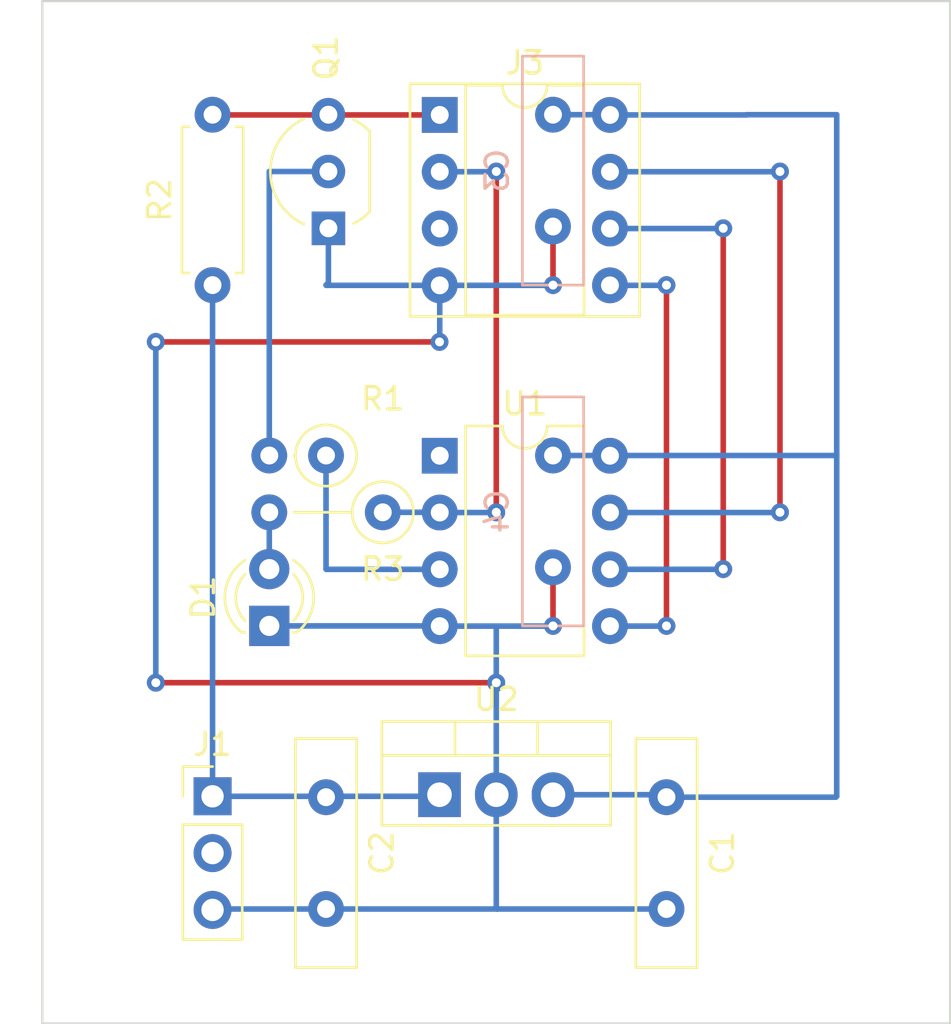
<source format=kicad_pcb>
(kicad_pcb (version 20211014) (generator pcbnew)
  (layers (0 "F.Cu" signal) (31 "B.Cu" signal) (34 "B.Paste" user) (35 "F.Paste" user) (36 "B.SilkS" user "B.Silkscreen") (37 "F.SilkS" user "F.Silkscreen") (38 "B.Mask" user) (39 "F.Mask" user) (44 "Edge.Cuts" user))
  (net 0 "")
  (net 1 "+5V")
  (net 2 "GND")
  (net 3 "+12V")
  (net 4 "Net-(D1-Pad2)")
  (net 5 "PB3")
  (net 6 "PB4")
  (net 7 "PB0")
  (net 9 "PB1")
  (net 10 "PB2")
  (net 11 "RESET")
  (net 13 "Net-(Q1-Pad2)")
  (footprint "Resistor_THT:R_Axial_DIN0207_L6.3mm_D2.5mm_P7.62mm_Horizontal" (layer "F.Cu") (at 147.32 96.52 90)
    (fp_text reference "R2" (at 3.81 -2.37 90) (layer "F.SilkS"))
    (fp_text value "1K")
    (fp_line (start 0.54 1.37) (end 7.08 1.37) (layer "F.SilkS") (width 0.12))
    (fp_line (start 7.08 1.37) (end 7.08 1.04) (layer "F.SilkS") (width 0.12))
    (fp_line (start 0.54 1.04) (end 0.54 1.37) (layer "F.SilkS") (width 0.12))
    (fp_line (start 0.54 -1.04) (end 0.54 -1.37) (layer "F.SilkS") (width 0.12))
    (fp_line (start 0.54 -1.37) (end 7.08 -1.37) (layer "F.SilkS") (width 0.12))
    (fp_line (start 7.08 -1.37) (end 7.08 -1.04) (layer "F.SilkS") (width 0.12))
    (pad "1" thru_hole circle (at 0 0 90) (size 1.6 1.6) (drill 0.8) (layers *.Cu *.Mask) (net 3 "+12V"))
    (pad "2" thru_hole oval (at 7.62 0 90) (size 1.6 1.6) (drill 0.8) (layers *.Cu *.Mask) (net 11 "RESET"))
  )
  (footprint "Package_DIP:DIP-8_W7.62mm" (layer "F.Cu") (at 157.49 104.15)
    (fp_text reference "U1" (at 3.81 -2.33) (layer "F.SilkS"))
    (fp_text value "ATtiny85-20P")
    (fp_line (start 6.46 -1.33) (end 4.81 -1.33) (layer "F.SilkS") (width 0.12))
    (fp_line (start 1.16 -1.33) (end 1.16 8.95) (layer "F.SilkS") (width 0.12))
    (fp_line (start 6.46 8.95) (end 6.46 -1.33) (layer "F.SilkS") (width 0.12))
    (fp_line (start 2.81 -1.33) (end 1.16 -1.33) (layer "F.SilkS") (width 0.12))
    (fp_line (start 1.16 8.95) (end 6.46 8.95) (layer "F.SilkS") (width 0.12))
    (fp_arc (start 4.81 -1.33) (mid 3.81 -0.33) (end 2.81 -1.33) (layer "F.SilkS") (width 0.12))
    (pad "1" thru_hole rect (at 0 0) (size 1.6 1.6) (drill 0.8) (layers *.Cu *.Mask))
    (pad "2" thru_hole oval (at 0 2.54) (size 1.6 1.6) (drill 0.8) (layers *.Cu *.Mask) (net 5 "PB3"))
    (pad "3" thru_hole oval (at 0 5.08) (size 1.6 1.6) (drill 0.8) (layers *.Cu *.Mask) (net 6 "PB4"))
    (pad "4" thru_hole oval (at 0 7.62) (size 1.6 1.6) (drill 0.8) (layers *.Cu *.Mask) (net 2 "GND"))
    (pad "5" thru_hole oval (at 7.62 7.62) (size 1.6 1.6) (drill 0.8) (layers *.Cu *.Mask) (net 7 "PB0"))
    (pad "6" thru_hole oval (at 7.62 5.08) (size 1.6 1.6) (drill 0.8) (layers *.Cu *.Mask) (net 9 "PB1"))
    (pad "7" thru_hole oval (at 7.62 2.54) (size 1.6 1.6) (drill 0.8) (layers *.Cu *.Mask) (net 10 "PB2"))
    (pad "8" thru_hole oval (at 7.62 0) (size 1.6 1.6) (drill 0.8) (layers *.Cu *.Mask) (net 1 "+5V"))
  )
  (footprint "Capacitor_THT:C_Disc_D10.0mm_W2.5mm_P5.00mm" (layer "F.Cu") (at 152.4 119.42 -90)
    (fp_text reference "C2" (at 2.5 -2.5 90) (layer "F.SilkS"))
    (fp_text value "0.33uF")
    (fp_line (start -2.62 -1.37) (end -2.62 1.37) (layer "F.SilkS") (width 0.12))
    (fp_line (start -2.62 -1.37) (end 7.62 -1.37) (layer "F.SilkS") (width 0.12))
    (fp_line (start 7.62 -1.37) (end 7.62 1.37) (layer "F.SilkS") (width 0.12))
    (fp_line (start -2.62 1.37) (end 7.62 1.37) (layer "F.SilkS") (width 0.12))
    (pad "1" thru_hole circle (at 0 0 270) (size 1.6 1.6) (drill 0.8) (layers *.Cu *.Mask) (net 3 "+12V"))
    (pad "2" thru_hole circle (at 5 0 270) (size 1.6 1.6) (drill 0.8) (layers *.Cu *.Mask) (net 2 "GND"))
  )
  (footprint "Package_TO_SOT_THT:TO-92_Inline_Wide" (layer "F.Cu") (at 152.506 93.98 90)
    (fp_text reference "Q1" (at 7.62 -0.106 90) (layer "F.SilkS"))
    (fp_text value "2N3904")
    (fp_line (start 0.74 1.85) (end 4.34 1.85) (layer "F.SilkS") (width 0.12))
    (fp_arc (start 0.1836 -1.098807) (mid 1.143021 -2.192817) (end 2.54 -2.6) (layer "F.SilkS") (width 0.12))
    (fp_arc (start 2.54 -2.6) (mid 3.936979 -2.192818) (end 4.8964 -1.098807) (layer "F.SilkS") (width 0.12))
    (fp_arc (start 0.74 1.85) (mid 0.446097 1.509328) (end 0.215816 1.122795) (layer "F.SilkS") (width 0.12))
    (fp_arc (start 4.864184 1.122795) (mid 4.633903 1.509328) (end 4.34 1.85) (layer "F.SilkS") (width 0.12))
    (pad "1" thru_hole rect (at 0 0 90) (size 1.5 1.5) (drill 0.8) (layers *.Cu *.Mask) (net 2 "GND"))
    (pad "2" thru_hole circle (at 2.54 0 90) (size 1.5 1.5) (drill 0.8) (layers *.Cu *.Mask) (net 13 "Net-(Q1-Pad2)"))
    (pad "3" thru_hole circle (at 5.08 0 90) (size 1.5 1.5) (drill 0.8) (layers *.Cu *.Mask) (net 11 "RESET"))
  )
  (footprint "Package_DIP:DIP-8_W7.62mm_Socket" (layer "F.Cu") (at 157.49 88.91)
    (fp_text reference "J3" (at 3.81 -2.33) (layer "F.SilkS"))
    (fp_text value "Conn_02x04_Top_Bottom")
    (fp_line (start 2.81 -1.33) (end 1.16 -1.33) (layer "F.SilkS") (width 0.12))
    (fp_line (start 1.16 -1.33) (end 1.16 8.95) (layer "F.SilkS") (width 0.12))
    (fp_line (start 8.95 -1.39) (end -1.33 -1.39) (layer "F.SilkS") (width 0.12))
    (fp_line (start 6.46 8.95) (end 6.46 -1.33) (layer "F.SilkS") (width 0.12))
    (fp_line (start 1.16 8.95) (end 6.46 8.95) (layer "F.SilkS") (width 0.12))
    (fp_line (start 6.46 -1.33) (end 4.81 -1.33) (layer "F.SilkS") (width 0.12))
    (fp_line (start 8.95 9.01) (end 8.95 -1.39) (layer "F.SilkS") (width 0.12))
    (fp_line (start -1.33 -1.39) (end -1.33 9.01) (layer "F.SilkS") (width 0.12))
    (fp_line (start -1.33 9.01) (end 8.95 9.01) (layer "F.SilkS") (width 0.12))
    (fp_arc (start 4.81 -1.33) (mid 3.81 -0.33) (end 2.81 -1.33) (layer "F.SilkS") (width 0.12))
    (pad "1" thru_hole rect (at 0 0) (size 1.6 1.6) (drill 0.8) (layers *.Cu *.Mask) (net 11 "RESET"))
    (pad "2" thru_hole oval (at 0 2.54) (size 1.6 1.6) (drill 0.8) (layers *.Cu *.Mask) (net 5 "PB3"))
    (pad "3" thru_hole oval (at 0 5.08) (size 1.6 1.6) (drill 0.8) (layers *.Cu *.Mask))
    (pad "4" thru_hole oval (at 0 7.62) (size 1.6 1.6) (drill 0.8) (layers *.Cu *.Mask) (net 2 "GND"))
    (pad "5" thru_hole oval (at 7.62 7.62) (size 1.6 1.6) (drill 0.8) (layers *.Cu *.Mask) (net 7 "PB0"))
    (pad "6" thru_hole oval (at 7.62 5.08) (size 1.6 1.6) (drill 0.8) (layers *.Cu *.Mask) (net 9 "PB1"))
    (pad "7" thru_hole oval (at 7.62 2.54) (size 1.6 1.6) (drill 0.8) (layers *.Cu *.Mask) (net 10 "PB2"))
    (pad "8" thru_hole oval (at 7.62 0) (size 1.6 1.6) (drill 0.8) (layers *.Cu *.Mask) (net 1 "+5V"))
  )
  (footprint "Resistor_THT:R_Axial_DIN0207_L6.3mm_D2.5mm_P2.54mm_Vertical" (layer "F.Cu") (at 152.4 104.14 180)
    (fp_text reference "R1" (at -2.54 2.54 180) (layer "F.SilkS"))
    (fp_text value "10K")
    (fp_line (start 1.37 0) (end 1.44 0) (layer "F.SilkS") (width 0.12))
    (fp_circle (center 0 0) (end 1.37 0) (layer "F.SilkS") (width 0.12) (fill none))
    (pad "1" thru_hole circle (at 0 0 180) (size 1.6 1.6) (drill 0.8) (layers *.Cu *.Mask) (net 6 "PB4"))
    (pad "2" thru_hole oval (at 2.54 0 180) (size 1.6 1.6) (drill 0.8) (layers *.Cu *.Mask) (net 13 "Net-(Q1-Pad2)"))
  )
  (footprint "Connector_PinHeader_2.54mm:PinHeader_1x03_P2.54mm_Vertical" (layer "F.Cu") (at 147.32 119.38)
    (fp_text reference "J1" (at 0 -2.33) (layer "F.SilkS"))
    (fp_text value "Barrel_Jack")
    (fp_line (start -1.33 0) (end -1.33 -1.33) (layer "F.SilkS") (width 0.12))
    (fp_line (start 1.33 1.27) (end 1.33 6.41) (layer "F.SilkS") (width 0.12))
    (fp_line (start -1.33 -1.33) (end 0 -1.33) (layer "F.SilkS") (width 0.12))
    (fp_line (start -1.33 1.27) (end -1.33 6.41) (layer "F.SilkS") (width 0.12))
    (fp_line (start -1.33 6.41) (end 1.33 6.41) (layer "F.SilkS") (width 0.12))
    (fp_line (start -1.33 1.27) (end 1.33 1.27) (layer "F.SilkS") (width 0.12))
    (pad "1" thru_hole rect (at 0 0) (size 1.7 1.7) (drill 1) (layers *.Cu *.Mask) (net 3 "+12V"))
    (pad "2" thru_hole oval (at 0 2.54) (size 1.7 1.7) (drill 1) (layers *.Cu *.Mask))
    (pad "3" thru_hole oval (at 0 5.08) (size 1.7 1.7) (drill 1) (layers *.Cu *.Mask) (net 2 "GND"))
  )
  (footprint "Resistor_THT:R_Axial_DIN0207_L6.3mm_D2.5mm_P5.08mm_Vertical" (layer "F.Cu") (at 154.94 106.68 180)
    (fp_text reference "R3" (at 0 -2.54 180) (layer "F.SilkS"))
    (fp_text value "1K")
    (fp_line (start 1.37 0) (end 3.98 0) (layer "F.SilkS") (width 0.12))
    (fp_circle (center 0 0) (end 1.37 0) (layer "F.SilkS") (width 0.12) (fill none))
    (pad "1" thru_hole circle (at 0 0 180) (size 1.6 1.6) (drill 0.8) (layers *.Cu *.Mask) (net 5 "PB3"))
    (pad "2" thru_hole oval (at 5.08 0 180) (size 1.6 1.6) (drill 0.8) (layers *.Cu *.Mask) (net 4 "Net-(D1-Pad2)"))
  )
  (footprint "Package_TO_SOT_THT:TO-220-3_Vertical" (layer "F.Cu") (at 157.48 119.309)
    (fp_text reference "U2" (at 2.54 -4.27) (layer "F.SilkS"))
    (fp_text value "LM7805_TO220")
    (fp_line (start -2.58 1.371) (end 7.66 1.371) (layer "F.SilkS") (width 0.12))
    (fp_line (start 4.391 -3.27) (end 4.391 -1.76) (layer "F.SilkS") (width 0.12))
    (fp_line (start -2.58 -3.27) (end 7.66 -3.27) (layer "F.SilkS") (width 0.12))
    (fp_line (start -2.58 -3.27) (end -2.58 1.371) (layer "F.SilkS") (width 0.12))
    (fp_line (start 0.69 -3.27) (end 0.69 -1.76) (layer "F.SilkS") (width 0.12))
    (fp_line (start -2.58 -1.76) (end 7.66 -1.76) (layer "F.SilkS") (width 0.12))
    (fp_line (start 7.66 -3.27) (end 7.66 1.371) (layer "F.SilkS") (width 0.12))
    (pad "1" thru_hole rect (at 0 0) (size 1.905 2) (drill 1.1) (layers *.Cu *.Mask) (net 3 "+12V"))
    (pad "2" thru_hole oval (at 2.54 0) (size 1.905 2) (drill 1.1) (layers *.Cu *.Mask) (net 2 "GND"))
    (pad "3" thru_hole oval (at 5.08 0) (size 1.905 2) (drill 1.1) (layers *.Cu *.Mask) (net 1 "+5V"))
  )
  (footprint "LED_THT:LED_D3.0mm" (layer "F.Cu") (at 149.86 111.76 90)
    (fp_text reference "D1" (at 1.27 -2.96 90) (layer "F.SilkS"))
    (fp_text value "LED")
    (fp_line (start -0.29 1.08) (end -0.29 1.236) (layer "F.SilkS") (width 0.12))
    (fp_line (start -0.29 -1.236) (end -0.29 -1.08) (layer "F.SilkS") (width 0.12))
    (fp_arc (start 0.229039 -1.08) (mid 1.270117 -1.5) (end 2.31113 -1.079837) (layer "F.SilkS") (width 0.12))
    (fp_arc (start -0.29 -1.235516) (mid 1.366487 -1.987659) (end 2.942335 -1.078608) (layer "F.SilkS") (width 0.12))
    (fp_arc (start 2.942335 1.078608) (mid 1.366487 1.987659) (end -0.29 1.235516) (layer "F.SilkS") (width 0.12))
    (fp_arc (start 2.31113 1.079837) (mid 1.270117 1.5) (end 0.229039 1.08) (layer "F.SilkS") (width 0.12))
    (pad "1" thru_hole rect (at 0 0 90) (size 1.8 1.8) (drill 0.9) (layers *.Cu *.Mask) (net 2 "GND"))
    (pad "2" thru_hole circle (at 2.54 0 90) (size 1.8 1.8) (drill 0.9) (layers *.Cu *.Mask) (net 4 "Net-(D1-Pad2)"))
  )
  (footprint "Capacitor_THT:C_Disc_D10.0mm_W2.5mm_P5.00mm" (layer "F.Cu") (at 167.64 119.42 -90)
    (fp_text reference "C1" (at 2.5 -2.5 90) (layer "F.SilkS"))
    (fp_text value "0.1uF")
    (fp_line (start -2.62 1.37) (end 7.62 1.37) (layer "F.SilkS") (width 0.12))
    (fp_line (start 7.62 -1.37) (end 7.62 1.37) (layer "F.SilkS") (width 0.12))
    (fp_line (start -2.62 -1.37) (end 7.62 -1.37) (layer "F.SilkS") (width 0.12))
    (fp_line (start -2.62 -1.37) (end -2.62 1.37) (layer "F.SilkS") (width 0.12))
    (pad "1" thru_hole circle (at 0 0 270) (size 1.6 1.6) (drill 0.8) (layers *.Cu *.Mask) (net 1 "+5V"))
    (pad "2" thru_hole circle (at 5 0 270) (size 1.6 1.6) (drill 0.8) (layers *.Cu *.Mask) (net 2 "GND"))
  )
  (footprint "Capacitor_THT:C_Disc_D10.0mm_W2.5mm_P5.00mm" (layer "B.Cu") (at 162.56 88.9 -90)
    (fp_text reference "C3" (at 2.5 2.5 90) (layer "B.SilkS") (effects (justify mirror)))
    (fp_text value "0.1uF")
    (fp_line (start 7.62 1.37) (end 7.62 -1.37) (layer "B.SilkS") (width 0.12))
    (fp_line (start -2.62 -1.37) (end 7.62 -1.37) (layer "B.SilkS") (width 0.12))
    (fp_line (start -2.62 1.37) (end -2.62 -1.37) (layer "B.SilkS") (width 0.12))
    (fp_line (start -2.62 1.37) (end 7.62 1.37) (layer "B.SilkS") (width 0.12))
    (pad "1" thru_hole circle (at 0 0 270) (size 1.6 1.6) (drill 0.8) (layers *.Cu *.Mask) (net 1 "+5V"))
    (pad "2" thru_hole circle (at 5 0 270) (size 1.6 1.6) (drill 0.8) (layers *.Cu *.Mask) (net 2 "GND"))
  )
  (footprint "Capacitor_THT:C_Disc_D10.0mm_W2.5mm_P5.00mm" (layer "B.Cu") (at 162.56 104.14 -90)
    (fp_text reference "C4" (at 2.5 2.5 90) (layer "B.SilkS") (effects (justify mirror)))
    (fp_text value "0.1uF")
    (fp_line (start -2.62 -1.37) (end 7.62 -1.37) (layer "B.SilkS") (width 0.12))
    (fp_line (start 7.62 1.37) (end 7.62 -1.37) (layer "B.SilkS") (width 0.12))
    (fp_line (start -2.62 1.37) (end -2.62 -1.37) (layer "B.SilkS") (width 0.12))
    (fp_line (start -2.62 1.37) (end 7.62 1.37) (layer "B.SilkS") (width 0.12))
    (pad "1" thru_hole circle (at 0 0 270) (size 1.6 1.6) (drill 0.8) (layers *.Cu *.Mask) (net 1 "+5V"))
    (pad "2" thru_hole circle (at 5 0 270) (size 1.6 1.6) (drill 0.8) (layers *.Cu *.Mask) (net 2 "GND"))
  )
  (gr_rect (start 139.7 83.82) (end 180.34 129.54) (layer "Edge.Cuts") (width 0.1) (fill none))
  (segment (start 165.1 104.14) (end 165.11 104.15) (width 0.25) (layer "F.Cu") (net 1))
  (segment (start 162.671 119.42) (end 162.56 119.309) (width 0.25) (layer "F.Cu") (net 1))
  (segment (start 165.1 88.9) (end 165.11 88.91) (width 0.25) (layer "F.Cu") (net 1))
  (segment (start 175.26 119.38) (end 175.22 119.42) (width 0.25) (layer "B.Cu") (net 1))
  (segment (start 171.225305 88.9) (end 175.26 88.9) (width 0.25) (layer "B.Cu") (net 1))
  (segment (start 165.1 88.9) (end 165.11 88.91) (width 0.25) (layer "B.Cu") (net 1))
  (segment (start 162.56 104.14) (end 175.24 104.14) (width 0.25) (layer "B.Cu") (net 1))
  (segment (start 175.26 88.9) (end 175.26 104.14) (width 0.25) (layer "B.Cu") (net 1))
  (segment (start 171.215305 88.91) (end 171.225305 88.9) (width 0.25) (layer "B.Cu") (net 1))
  (segment (start 162.56 88.9) (end 165.1 88.9) (width 0.25) (layer "B.Cu") (net 1))
  (segment (start 175.24 104.14) (end 175.25 104.15) (width 0.25) (layer "B.Cu") (net 1))
  (segment (start 162.56 119.309) (end 167.529 119.309) (width 0.25) (layer "B.Cu") (net 1))
  (segment (start 175.25 104.15) (end 175.26 104.14) (width 0.25) (layer "B.Cu") (net 1))
  (segment (start 175.22 119.42) (end 167.64 119.42) (width 0.25) (layer "B.Cu") (net 1))
  (segment (start 162.56 119.309) (end 162.56 119.38) (width 0.25) (layer "B.Cu") (net 1))
  (segment (start 167.529 119.309) (end 167.64 119.42) (width 0.25) (layer "B.Cu") (net 1))
  (segment (start 165.11 88.91) (end 171.215305 88.91) (width 0.25) (layer "B.Cu") (net 1))
  (segment (start 175.26 104.14) (end 175.26 119.38) (width 0.25) (layer "B.Cu") (net 1))
  (segment (start 165.1 104.14) (end 165.11 104.15) (width 0.25) (layer "B.Cu") (net 1))
  (segment (start 160.02 114.3) (end 144.78 114.3) (width 0.25) (layer "F.Cu") (net 2))
  (segment (start 162.56 109.14) (end 162.56 111.76) (width 0.25) (layer "F.Cu") (net 2))
  (segment (start 167.6 124.46) (end 167.64 124.42) (width 0.25) (layer "F.Cu") (net 2))
  (segment (start 162.56 93.9) (end 162.56 96.52) (width 0.25) (layer "F.Cu") (net 2))
  (segment (start 144.78 99.06) (end 157.48 99.06) (width 0.25) (layer "F.Cu") (net 2))
  (via (at 144.78 99.06) (size 0.8) (drill 0.4) (layers "F.Cu" "B.Cu") (net 2))
  (via (at 162.56 111.76) (size 0.8) (drill 0.4) (layers "F.Cu" "B.Cu") (net 2))
  (via (at 157.48 99.06) (size 0.8) (drill 0.4) (layers "F.Cu" "B.Cu") (net 2))
  (via (at 162.56 96.52) (size 0.8) (drill 0.4) (layers "F.Cu" "B.Cu") (net 2))
  (via (at 160.02 114.3) (size 0.8) (drill 0.4) (layers "F.Cu" "B.Cu") (net 2))
  (via (at 144.78 114.3) (size 0.8) (drill 0.4) (layers "F.Cu" "B.Cu") (net 2))
  (segment (start 162.56 111.76) (end 162.55 111.77) (width 0.25) (layer "B.Cu") (net 2))
  (segment (start 162.56 96.52) (end 162.55 96.53) (width 0.25) (layer "B.Cu") (net 2))
  (segment (start 162.55 96.53) (end 157.49 96.53) (width 0.25) (layer "B.Cu") (net 2))
  (segment (start 160.02 114.3) (end 160.02 111.78) (width 0.25) (layer "B.Cu") (net 2))
  (segment (start 152.41 96.53) (end 152.4 96.52) (width 0.25) (layer "B.Cu") (net 2))
  (segment (start 162.55 111.77) (end 160.03 111.77) (width 0.25) (layer "B.Cu") (net 2))
  (segment (start 147.36 124.42) (end 147.32 124.46) (width 0.25) (layer "B.Cu") (net 2))
  (segment (start 157.49 99.05) (end 157.49 96.53) (width 0.25) (layer "B.Cu") (net 2))
  (segment (start 160.02 111.78) (end 160.03 111.77) (width 0.25) (layer "B.Cu") (net 2))
  (segment (start 167.64 124.42) (end 160.06 124.42) (width 0.25) (layer "B.Cu") (net 2))
  (segment (start 160.02 124.38) (end 160.06 124.42) (width 0.25) (layer "B.Cu") (net 2))
  (segment (start 157.48 111.76) (end 157.49 111.77) (width 0.25) (layer "B.Cu") (net 2))
  (segment (start 160.03 111.77) (end 157.49 111.77) (width 0.25) (layer "B.Cu") (net 2))
  (segment (start 152.506 96.414) (end 152.506 93.98) (width 0.25) (layer "B.Cu") (net 2))
  (segment (start 160.02 119.309) (end 160.02 124.38) (width 0.25) (layer "B.Cu") (net 2))
  (segment (start 160.06 124.42) (end 147.36 124.42) (width 0.25) (layer "B.Cu") (net 2))
  (segment (start 144.78 114.3) (end 144.78 99.06) (width 0.25) (layer "B.Cu") (net 2))
  (segment (start 157.49 96.53) (end 152.41 96.53) (width 0.25) (layer "B.Cu") (net 2))
  (segment (start 157.48 99.06) (end 157.49 99.05) (width 0.25) (layer "B.Cu") (net 2))
  (segment (start 149.86 111.76) (end 157.48 111.76) (width 0.25) (layer "B.Cu") (net 2))
  (segment (start 152.4 96.52) (end 152.506 96.414) (width 0.25) (layer "B.Cu") (net 2))
  (segment (start 160.02 119.309) (end 160.02 114.3) (width 0.25) (layer "B.Cu") (net 2))
  (segment (start 147.391 119.309) (end 147.32 119.38) (width 0.25) (layer "F.Cu") (net 3))
  (segment (start 147.32 119.38) (end 147.32 96.52) (width 0.25) (layer "B.Cu") (net 3))
  (segment (start 157.409 119.38) (end 157.48 119.309) (width 0.25) (layer "B.Cu") (net 3))
  (segment (start 147.32 119.38) (end 157.409 119.38) (width 0.25) (layer "B.Cu") (net 3))
  (segment (start 149.86 106.68) (end 149.86 109.22) (width 0.25) (layer "B.Cu") (net 4))
  (segment (start 160.02 91.44) (end 160.02 106.68) (width 0.25) (layer "F.Cu") (net 5))
  (via (at 160.02 91.44) (size 0.8) (drill 0.4) (layers "F.Cu" "B.Cu") (net 5))
  (via (at 160.02 106.68) (size 0.8) (drill 0.4) (layers "F.Cu" "B.Cu") (net 5))
  (segment (start 160.01 106.69) (end 160.02 106.68) (width 0.25) (layer "B.Cu") (net 5))
  (segment (start 157.48 106.68) (end 157.49 106.69) (width 0.25) (layer "B.Cu") (net 5))
  (segment (start 154.94 106.68) (end 157.48 106.68) (width 0.25) (layer "B.Cu") (net 5))
  (segment (start 160.01 91.45) (end 160.02 91.44) (width 0.25) (layer "B.Cu") (net 5))
  (segment (start 157.49 106.69) (end 160.01 106.69) (width 0.25) (layer "B.Cu") (net 5))
  (segment (start 157.49 91.45) (end 160.01 91.45) (width 0.25) (layer "B.Cu") (net 5))
  (segment (start 152.41 109.23) (end 157.49 109.23) (width 0.25) (layer "B.Cu") (net 6))
  (segment (start 152.4 104.14) (end 152.4 109.22) (width 0.25) (layer "B.Cu") (net 6))
  (segment (start 152.4 109.22) (end 152.41 109.23) (width 0.25) (layer "B.Cu") (net 6))
  (segment (start 167.64 111.76) (end 167.64 96.52) (width 0.25) (layer "F.Cu") (net 7))
  (via (at 167.64 111.76) (size 0.8) (drill 0.4) (layers "F.Cu" "B.Cu") (net 7))
  (via (at 167.64 96.52) (size 0.8) (drill 0.4) (layers "F.Cu" "B.Cu") (net 7))
  (segment (start 165.11 111.77) (end 167.63 111.77) (width 0.25) (layer "B.Cu") (net 7))
  (segment (start 167.63 96.53) (end 165.11 96.53) (width 0.25) (layer "B.Cu") (net 7))
  (segment (start 167.63 111.77) (end 167.64 111.76) (width 0.25) (layer "B.Cu") (net 7))
  (segment (start 167.64 96.52) (end 167.63 96.53) (width 0.25) (layer "B.Cu") (net 7))
  (segment (start 170.18 109.22) (end 170.18 93.98) (width 0.25) (layer "F.Cu") (net 9))
  (via (at 170.18 109.22) (size 0.8) (drill 0.4) (layers "F.Cu" "B.Cu") (net 9))
  (via (at 170.18 93.98) (size 0.8) (drill 0.4) (layers "F.Cu" "B.Cu") (net 9))
  (segment (start 165.11 109.23) (end 170.17 109.23) (width 0.25) (layer "B.Cu") (net 9))
  (segment (start 170.18 93.98) (end 170.17 93.99) (width 0.25) (layer "B.Cu") (net 9))
  (segment (start 170.17 93.99) (end 165.11 93.99) (width 0.25) (layer "B.Cu") (net 9))
  (segment (start 170.17 109.23) (end 170.18 109.22) (width 0.25) (layer "B.Cu") (net 9))
  (segment (start 172.72 91.44) (end 172.72 106.68) (width 0.25) (layer "F.Cu") (net 10))
  (via (at 172.72 106.68) (size 0.8) (drill 0.4) (layers "F.Cu" "B.Cu") (net 10))
  (via (at 172.72 91.44) (size 0.8) (drill 0.4) (layers "F.Cu" "B.Cu") (net 10))
  (segment (start 165.11 91.45) (end 172.71 91.45) (width 0.25) (layer "B.Cu") (net 10))
  (segment (start 172.72 106.68) (end 172.71 106.69) (width 0.25) (layer "B.Cu") (net 10))
  (segment (start 172.71 106.69) (end 165.11 106.69) (width 0.25) (layer "B.Cu") (net 10))
  (segment (start 172.71 91.45) (end 172.72 91.44) (width 0.25) (layer "B.Cu") (net 10))
  (segment (start 147.33 88.91) (end 147.32 88.9) (width 0.25) (layer "F.Cu") (net 11))
  (segment (start 157.49 88.91) (end 147.33 88.91) (width 0.25) (layer "F.Cu") (net 11))
  (segment (start 149.86 91.44) (end 152.506 91.44) (width 0.25) (layer "B.Cu") (net 13))
  (segment (start 149.86 104.14) (end 149.86 91.44) (width 0.25) (layer "B.Cu") (net 13))
)
</source>
